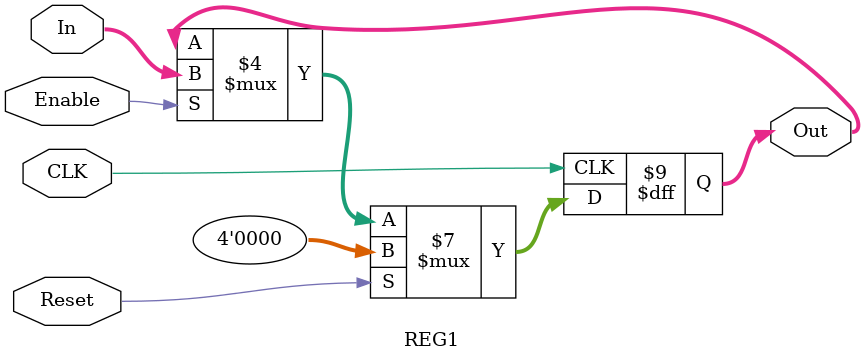
<source format=v>
module REG1(Enable,In,CLK,Reset,Out);

input wire CLK, Reset,Enable;
input wire [3:0] In;

output reg [3:0] Out;

always@ (posedge CLK) 
begin

	if(Reset == 1) begin
		Out<=4'b0000;
	end

	else begin
		if(Enable == 1) begin
			Out<=In;
		end
	end
end

endmodule 
</source>
